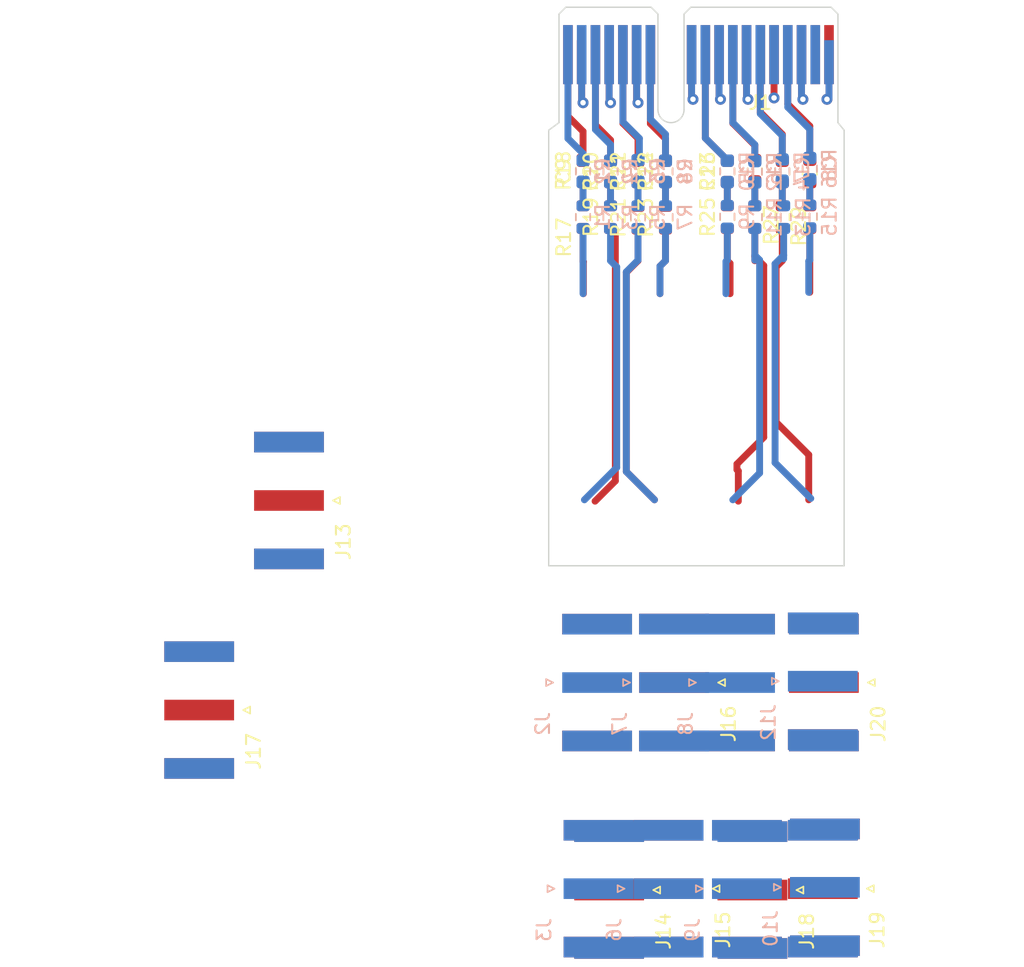
<source format=kicad_pcb>
(kicad_pcb (version 20240108) (generator "pcbnew") (generator_version "8.0")
  (layers (0 "F.Cu" signal) (1 "In1.Cu" signal) (2 "In2.Cu" signal) (31 "B.Cu" signal) (34 "B.Paste" user) (35 "F.Paste" user) (36 "B.SilkS" user "B.Silkscreen") (37 "F.SilkS" user "F.Silkscreen") (38 "B.Mask" user) (39 "F.Mask" user) (44 "Edge.Cuts" user))
  (net 0 "")
  (net 1 "Net-(C1-Pad1)")
  (net 2 "/input0/OUT")
  (net 3 "Net-(C2-Pad1)")
  (net 4 "/input1/OUT")
  (net 5 "Net-(C3-Pad1)")
  (net 6 "/input2/OUT")
  (net 7 "Net-(C4-Pad1)")
  (net 8 "/input3/OUT")
  (net 9 "Net-(C5-Pad1)")
  (net 10 "/input4/OUT")
  (net 11 "Net-(C6-Pad1)")
  (net 12 "/input5/OUT")
  (net 13 "Net-(C7-Pad1)")
  (net 14 "/input6/OUT")
  (net 15 "Net-(C8-Pad1)")
  (net 16 "/input7/OUT")
  (net 17 "Net-(C9-Pad1)")
  (net 18 "Net-(C10-Pad1)")
  (net 19 "Net-(C11-Pad1)")
  (net 20 "Net-(C12-Pad1)")
  (net 21 "Net-(C13-Pad1)")
  (net 22 "Net-(C14-Pad1)")
  (net 23 "Net-(C15-Pad1)")
  (net 24 "Net-(C16-Pad1)")
  (net 25 "GND")
  (net 28 "/input8/OUT")
  (net 29 "/input9/OUT")
  (net 30 "/input10/OUT")
  (net 31 "/input11/OUT")
  (net 32 "/input12/OUT")
  (net 33 "/input13/OUT")
  (net 34 "/input14/OUT")
  (net 35 "/input15/OUT")
  (net 36 "Net-(J2-In)")
  (net 37 "Net-(J3-In)")
  (net 38 "Net-(J6-In)")
  (net 39 "Net-(J7-In)")
  (net 40 "Net-(J8-In)")
  (net 41 "Net-(J9-In)")
  (net 42 "Net-(J10-In)")
  (net 43 "Net-(J12-In)")
  (net 44 "Net-(J13-In)")
  (net 45 "Net-(J14-In)")
  (net 46 "Net-(J15-In)")
  (net 47 "Net-(J16-In)")
  (net 48 "Net-(J17-In)")
  (net 49 "Net-(J18-In)")
  (net 50 "Net-(J19-In)")
  (net 51 "Net-(J20-In)")
  (footprint "Resistor_SMD:R_0603_1608Metric" (layer "F.Cu") (at 117 75.5 90)
    (property "Reference" "R30" (hide yes))
    (property "Value" "91k")
  )
  (footprint "Connector_Coaxial:SMA_Amphenol_132289_EdgeMount" (layer "F.Cu") (at 109.125 112.7 180)
    (property "Reference" "J16")
    (property "Value" "IPEX-004")
  )
  (footprint "Resistor_SMD:R_0603_1608Metric" (layer "F.Cu") (at 119 78.825 90)
    (property "Reference" "R31" (hide yes))
    (property "Value" "120")
  )
  (footprint "Resistor_SMD:R_0603_1608Metric" (layer "F.Cu") (at 106.5 78.865 90)
    (property "Reference" "R21")
    (property "Value" "120")
  )
  (footprint "Resistor_SMD:R_0603_1608Metric" (layer "F.Cu") (at 104.5 75.5 90)
    (property "Reference" "R20")
    (property "Value" "91k")
  )
  (footprint "Connector_Coaxial:SMA_Amphenol_132289_EdgeMount" (layer "F.Cu") (at 119.95 127.7 180)
    (property "Reference" "J19")
    (property "Value" "IPEX-004")
  )
  (footprint "Capacitor_SMD:C_0603_1608Metric" (layer "F.Cu") (at 117 75.5 90)
    (property "Reference" "C15" (hide yes))
    (property "Value" "8p2")
  )
  (footprint "Resistor_SMD:R_0603_1608Metric" (layer "F.Cu") (at 104.5 78.825 90)
    (property "Reference" "R19")
    (property "Value" "120")
  )
  (footprint "Resistor_SMD:R_0603_1608Metric" (layer "F.Cu") (at 102.5 78.825 90)
    (property "Reference" "R17")
    (property "Value" "120")
  )
  (footprint "Resistor_SMD:R_0603_1608Metric" (layer "F.Cu") (at 108.5 78.865 90)
    (property "Reference" "R23")
    (property "Value" "120")
  )
  (footprint "Resistor_SMD:R_0603_1608Metric" (layer "F.Cu") (at 108.5 75.5 90)
    (property "Reference" "R24")
    (property "Value" "91k")
  )
  (footprint "Resistor_SMD:R_0603_1608Metric" (layer "F.Cu") (at 119 75.5 90)
    (property "Reference" "R32" (hide yes))
    (property "Value" "91k")
  )
  (footprint "Resistor_SMD:R_0603_1608Metric" (layer "F.Cu") (at 117 78.825 90)
    (property "Reference" "R29")
    (property "Value" "120")
  )
  (footprint "Connector_Coaxial:SMA_Amphenol_132289_EdgeMount" (layer "F.Cu") (at 114.825 127.8 180)
    (property "Reference" "J18")
    (property "Value" "IPEX-004")
  )
  (footprint "Capacitor_SMD:C_0603_1608Metric" (layer "F.Cu") (at 102.5 75.5 90)
    (property "Reference" "C9")
    (property "Value" "8p2")
  )
  (footprint "Capacitor_SMD:C_0603_1608Metric" (layer "F.Cu") (at 104.5 75.5 90)
    (property "Reference" "C10")
    (property "Value" "8p2")
  )
  (footprint "Connector_Coaxial:SMA_Amphenol_132289_EdgeMount" (layer "F.Cu") (at 74.5625 114.7 180)
    (property "Reference" "J17")
    (property "Value" "IPEX-004")
  )
  (footprint "Resistor_SMD:R_0603_1608Metric" (layer "F.Cu") (at 113 78.825 90)
    (property "Reference" "R25")
    (property "Value" "120")
  )
  (footprint "Capacitor_SMD:C_0603_1608Metric" (layer "F.Cu") (at 115 75.45 90)
    (property "Reference" "C14" (hide yes))
    (property "Value" "8p2")
  )
  (footprint "Resistor_SMD:R_0603_1608Metric" (layer "F.Cu") (at 113 75.5 90)
    (property "Reference" "R26")
    (property "Value" "91k")
  )
  (footprint "Capacitor_SMD:C_0603_1608Metric" (layer "F.Cu") (at 106.5 75.5 90)
    (property "Reference" "C11")
    (property "Value" "8p2")
  )
  (footprint "Capacitor_SMD:C_0603_1608Metric" (layer "F.Cu") (at 108.5 75.5 90)
    (property "Reference" "C12")
    (property "Value" "8p2")
  )
  (footprint "Resistor_SMD:R_0603_1608Metric" (layer "F.Cu") (at 115 78.825 90)
    (property "Reference" "R27")
    (property "Value" "120")
  )
  (footprint "Resistor_SMD:R_0603_1608Metric" (layer "F.Cu") (at 106.5 75.5 90)
    (property "Reference" "R22")
    (property "Value" "91k")
  )
  (footprint "Connector_Coaxial:SMA_Amphenol_132289_EdgeMount" (layer "F.Cu") (at 104.4 127.8 180)
    (property "Reference" "J14")
    (property "Value" "IPEX-004")
  )
  (footprint "Resistor_SMD:R_0603_1608Metric" (layer "F.Cu") (at 115 75.5 90)
    (property "Reference" "R28" (hide yes))
    (property "Value" "91k")
  )
  (footprint "Capacitor_SMD:C_0603_1608Metric" (layer "F.Cu") (at 119 75.425 90)
    (property "Reference" "C16" (hide yes))
    (property "Value" "8p2")
  )
  (footprint "Connector_PCBEdge:BUS_PCIexpress_x1" (layer "F.Cu") (at 120.4 67 180)
    (property "Reference" "J1")
    (property "Value" "Bus_PCI_Express_x1")
    (fp_line (start 19.65 2.95) (end 19.15 3.45) (stroke (width 0.1)) (layer "Edge.Cuts"))
    (fp_line (start 19.65 -4.95) (end 19.65 2.95) (stroke (width 0.1)) (layer "Edge.Cuts"))
    (fp_line (start 12.95 3.45) (end 19.15 3.45) (stroke (width 0.1)) (layer "Edge.Cuts"))
    (fp_line (start 12.45 2.95) (end 12.95 3.45) (stroke (width 0.1)) (layer "Edge.Cuts"))
    (fp_line (start 12.45 -4) (end 12.45 2.95) (stroke (width 0.1)) (layer "Edge.Cuts"))
    (fp_line (start 10.55 2.95) (end 10.05 3.45) (stroke (width 0.1)) (layer "Edge.Cuts"))
    (fp_line (start 10.55 -4) (end 10.55 2.95) (stroke (width 0.1)) (layer "Edge.Cuts"))
    (fp_line (start -0.15 3.45) (end 10.05 3.45) (stroke (width 0.1)) (layer "Edge.Cuts"))
    (fp_line (start -0.65 2.95) (end -0.15 3.45) (stroke (width 0.1)) (layer "Edge.Cuts"))
    (fp_line (start -0.65 -4.95) (end -0.65 2.95) (stroke (width 0.1)) (layer "Edge.Cuts"))
    (fp_arc (start 10.55 -4) (mid 11.5 -4.95) (end 12.45 -4) (stroke (width 0.1)) (layer "Edge.Cuts"))
  )
  (footprint "Connector_Coaxial:SMA_Amphenol_132289_EdgeMount" (layer "F.Cu") (at 108.725 127.7 180)
    (property "Reference" "J15")
    (property "Value" "IPEX-004")
  )
  (footprint "Connector_Coaxial:SMA_Amphenol_132289_EdgeMount" (layer "F.Cu") (at 81.1 99.45 180)
    (property "Reference" "J13")
    (property "Value" "IPEX-004")
  )
  (footprint "Capacitor_SMD:C_0603_1608Metric" (layer "F.Cu") (at 113 75.5 90)
    (property "Reference" "C13")
    (property "Value" "8p2")
  )
  (footprint "Connector_Coaxial:SMA_Amphenol_132289_EdgeMount" (layer "F.Cu") (at 120.025 112.7 180)
    (property "Reference" "J20")
    (property "Value" "IPEX-004")
  )
  (footprint "Resistor_SMD:R_0603_1608Metric" (layer "F.Cu") (at 102.5 75.45 90)
    (property "Reference" "R18")
    (property "Value" "91k")
  )
  (footprint "Resistor_SMD:R_0603_1608Metric" (layer "B.Cu") (at 119 75.3 90)
    (property "Reference" "R16")
    (property "Value" "91k")
  )
  (footprint "Connector_Coaxial:SMA_Amphenol_132289_EdgeMount" (layer "B.Cu") (at 120.1 127.6)
    (property "Reference" "J10")
    (property "Value" "IPEX-004")
  )
  (footprint "Resistor_SMD:R_0603_1608Metric" (layer "B.Cu") (at 113 75.5 90)
    (property "Reference" "R10")
    (property "Value" "91k")
  )
  (footprint "Capacitor_SMD:C_0603_1608Metric" (layer "B.Cu") (at 104.5 75.5 90)
    (property "Reference" "C2")
    (property "Value" "8p2")
  )
  (footprint "Capacitor_SMD:C_0603_1608Metric" (layer "B.Cu") (at 119 75.3 90)
    (property "Reference" "C8")
    (property "Value" "8p2")
  )
  (footprint "Connector_Coaxial:SMA_Amphenol_132289_EdgeMount" (layer "B.Cu") (at 114.425 127.7)
    (property "Reference" "J9")
    (property "Value" "IPEX-004")
  )
  (footprint "Resistor_SMD:R_0603_1608Metric" (layer "B.Cu") (at 108.5 78.825 90)
    (property "Reference" "R7")
    (property "Value" "120")
  )
  (footprint "Capacitor_SMD:C_0603_1608Metric" (layer "B.Cu") (at 113 75.5 90)
    (property "Reference" "C5")
    (property "Value" "8p2")
  )
  (footprint "Connector_Coaxial:SMA_Amphenol_132289_EdgeMount" (layer "B.Cu") (at 103.625 127.7)
    (property "Reference" "J3")
    (property "Value" "IPEX-004")
  )
  (footprint "Resistor_SMD:R_0603_1608Metric" (layer "B.Cu") (at 119 78.775 90)
    (property "Reference" "R15")
    (property "Value" "120")
  )
  (footprint "Connector_Coaxial:SMA_Amphenol_132289_EdgeMount" (layer "B.Cu") (at 113.925 112.7)
    (property "Reference" "J8")
    (property "Value" "IPEX-004")
  )
  (footprint "Capacitor_SMD:C_0603_1608Metric" (layer "B.Cu") (at 106.5 75.45 90)
    (property "Reference" "C3")
    (property "Value" "8p2")
  )
  (footprint "Resistor_SMD:R_0603_1608Metric" (layer "B.Cu") (at 117.1 78.825 90)
    (property "Reference" "R13")
    (property "Value" "120")
  )
  (footprint "Capacitor_SMD:C_0603_1608Metric" (layer "B.Cu") (at 115 75.525 90)
    (property "Reference" "C6")
    (property "Value" "8p2")
  )
  (footprint "Resistor_SMD:R_0603_1608Metric" (layer "B.Cu") (at 108.5 75.5 90)
    (property "Reference" "R8")
    (property "Value" "91k")
  )
  (footprint "Resistor_SMD:R_0603_1608Metric" (layer "B.Cu") (at 102.5 78.825 90)
    (property "Reference" "R1")
    (property "Value" "120")
  )
  (footprint "Capacitor_SMD:C_0603_1608Metric" (layer "B.Cu") (at 108.5 75.5 90)
    (property "Reference" "C4")
    (property "Value" "8p2")
  )
  (footprint "Resistor_SMD:R_0603_1608Metric" (layer "B.Cu") (at 115 75.525 90)
    (property "Reference" "R12")
    (property "Value" "91k")
  )
  (footprint "Resistor_SMD:R_0603_1608Metric" (layer "B.Cu") (at 106.5 75.5 90)
    (property "Reference" "R6")
    (property "Value" "91k")
  )
  (footprint "Connector_Coaxial:SMA_Amphenol_132289_EdgeMount" (layer "B.Cu") (at 119.95 112.6)
    (property "Reference" "J12")
    (property "Value" "IPEX-004")
  )
  (footprint "Resistor_SMD:R_0603_1608Metric" (layer "B.Cu") (at 113 78.8 90)
    (property "Reference" "R9")
    (property "Value" "120")
  )
  (footprint "Resistor_SMD:R_0603_1608Metric" (layer "B.Cu") (at 102.5 75.5 90)
    (property "Reference" "R2")
    (property "Value" "91k")
  )
  (footprint "Connector_Coaxial:SMA_Amphenol_132289_EdgeMount" (layer "B.Cu") (at 108.725 127.7)
    (property "Reference" "J6")
    (property "Value" "IPEX-004")
  )
  (footprint "Resistor_SMD:R_0603_1608Metric" (layer "B.Cu") (at 106.5 78.825 90)
    (property "Reference" "R5")
    (property "Value" "120")
  )
  (footprint "Capacitor_SMD:C_0603_1608Metric" (layer "B.Cu") (at 117 75.4 90)
    (property "Reference" "C7")
    (property "Value" "8p2")
  )
  (footprint "Resistor_SMD:R_0603_1608Metric" (layer "B.Cu") (at 117 75.5 90)
    (property "Reference" "R14")
    (property "Value" "91k")
  )
  (footprint "Connector_Coaxial:SMA_Amphenol_132289_EdgeMount" (layer "B.Cu") (at 109.125 112.7)
    (property "Reference" "J7")
    (property "Value" "IPEX-004")
  )
  (footprint "Connector_Coaxial:SMA_Amphenol_132289_EdgeMount" (layer "B.Cu") (at 103.525 112.7)
    (property "Reference" "J2")
    (property "Value" "IPEX-004")
  )
  (footprint "Resistor_SMD:R_0603_1608Metric" (layer "B.Cu") (at 104.5 75.5 90)
    (property "Reference" "R4")
    (property "Value" "91k")
  )
  (footprint "Resistor_SMD:R_0603_1608Metric" (layer "B.Cu") (at 115 78.825 90)
    (property "Reference" "R11")
    (property "Value" "120")
  )
  (footprint "Resistor_SMD:R_0603_1608Metric" (layer "B.Cu") (at 104.5 78.825 90)
    (property "Reference" "R3")
    (property "Value" "120")
  )
  (footprint "Capacitor_SMD:C_0603_1608Metric" (layer "B.Cu") (at 102.5 75.475 90)
    (property "Reference" "C1")
    (property "Value" "8p2")
  )
  (gr_line (start 121.5 104.2) (end 121.5 72.5) (stroke (width 0.1)) (layer "Edge.Cuts"))
  (gr_line (start 100.75 71.95) (end 100 72.5) (stroke (width 0.1)) (layer "Edge.Cuts"))
  (gr_line (start 121.5 72.5) (end 121.05 71.95) (stroke (width 0.1)) (layer "Edge.Cuts"))
  (gr_line (start 100 72.5) (end 100 104.2) (stroke (width 0.1)) (layer "Edge.Cuts"))
  (gr_line (start 121.5 104.2) (end 100 104.2) (stroke (width 0.1)) (layer "Edge.Cuts"))
  (segment (start 102.5 76.25) (end 102.5 78) (width 0.5) (layer "B.Cu") (net 1))
  (segment (start 102.5 74.2) (end 102.5 74.675) (width 0.5) (layer "B.Cu") (net 2))
  (segment (start 101.4 67) (end 101.4 73.1) (width 0.5) (layer "B.Cu") (net 2))
  (segment (start 101.4 73.1) (end 102.5 74.2) (width 0.5) (layer "B.Cu") (net 2))
  (segment (start 104.5 76.275) (end 104.5 78) (width 0.5) (layer "B.Cu") (net 3))
  (segment (start 104.5 73.55) (end 104.5 74.725) (width 0.5) (layer "B.Cu") (net 4))
  (segment (start 103.4 67) (end 103.4 72.45) (width 0.5) (layer "B.Cu") (net 4))
  (segment (start 103.4 72.45) (end 104.5 73.55) (width 0.5) (layer "B.Cu") (net 4))
  (segment (start 106.5 76.225) (end 106.5 78) (width 0.5) (layer "B.Cu") (net 5))
  (segment (start 105.4 67) (end 105.4 71.9) (width 0.5) (layer "B.Cu") (net 6))
  (segment (start 105.4 71.9) (end 106.6 73.1) (width 0.5) (layer "B.Cu") (net 6))
  (segment (start 106.6 73.1) (end 106.6 74.575) (width 0.5) (layer "B.Cu") (net 6))
  (segment (start 106.6 74.575) (end 106.5 74.675) (width 0.5) (layer "B.Cu") (net 6))
  (segment (start 108.5 76.275) (end 108.5 78) (width 0.5) (layer "B.Cu") (net 7))
  (segment (start 107.4 67) (end 107.4 71.7) (width 0.5) (layer "B.Cu") (net 8))
  (segment (start 107.4 71.7) (end 108.5 72.8) (width 0.5) (layer "B.Cu") (net 8))
  (segment (start 108.5 72.8) (end 108.5 74.675) (width 0.5) (layer "B.Cu") (net 8))
  (segment (start 113 76.275) (end 113 77.975) (width 0.5) (layer "B.Cu") (net 9))
  (segment (start 112.9 74.625) (end 113 74.725) (width 0.5) (layer "B.Cu") (net 10))
  (segment (start 111.4 73.075) (end 113 74.675) (width 0.5) (layer "B.Cu") (net 10))
  (segment (start 111.4 67) (end 111.4 73.075) (width 0.5) (layer "B.Cu") (net 10))
  (segment (start 115 76.3) (end 115 78) (width 0.5) (layer "B.Cu") (net 11))
  (segment (start 113.4 71.95) (end 115 73.55) (width 0.5) (layer "B.Cu") (net 12))
  (segment (start 114.9 74.6) (end 115 74.7) (width 0.5) (layer "B.Cu") (net 12))
  (segment (start 115 73.55) (end 115 74.7) (width 0.5) (layer "B.Cu") (net 12))
  (segment (start 113.4 67) (end 113.4 71.95) (width 0.5) (layer "B.Cu") (net 12))
  (segment (start 117 77.9) (end 117.1 78) (width 0.5) (layer "B.Cu") (net 13))
  (segment (start 117 76.325) (end 117 77.9) (width 0.5) (layer "B.Cu") (net 13))
  (segment (start 115.4 71.3) (end 117 72.9) (width 0.5) (layer "B.Cu") (net 14))
  (segment (start 115.4 67) (end 115.4 71.3) (width 0.5) (layer "B.Cu") (net 14))
  (segment (start 117 72.9) (end 117 74.625) (width 0.5) (layer "B.Cu") (net 14))
  (segment (start 116.9 74.525) (end 117 74.625) (width 0.5) (layer "B.Cu") (net 14))
  (segment (start 119 76.125) (end 119 77.95) (width 0.5) (layer "B.Cu") (net 15))
  (segment (start 119 72.426041) (end 119 74.475) (width 0.5) (layer "B.Cu") (net 16))
  (segment (start 117.4 67) (end 117.4 70.826041) (width 0.5) (layer "B.Cu") (net 16))
  (segment (start 117.4 70.826041) (end 119 72.426041) (width 0.5) (layer "B.Cu") (net 16))
  (segment (start 118.9 74.375) (end 119 74.475) (width 0.5) (layer "B.Cu") (net 16))
  (segment (start 102.5 76.275) (end 102.5 78) (width 0.5) (layer "F.Cu") (net 17))
  (segment (start 104.5 76.275) (end 104.5 78) (width 0.5) (layer "F.Cu") (net 18))
  (segment (start 106.5 76.275) (end 106.5 78.04) (width 0.5) (layer "F.Cu") (net 19))
  (segment (start 108.5 76.325) (end 108.5 78.04) (width 0.5) (layer "F.Cu") (net 20))
  (segment (start 113 76.275) (end 113 78) (width 0.5) (layer "F.Cu") (net 21))
  (segment (start 115 76.225) (end 115 78) (width 0.5) (layer "F.Cu") (net 22))
  (segment (start 117 76.275) (end 117 78) (width 0.5) (layer "F.Cu") (net 23))
  (segment (start 119 76.2) (end 119 78) (width 0.5) (layer "F.Cu") (net 24))
  (segment (start 114.4 67) (end 114.4 70.15) (width 0.5) (layer "F.Cu") (net 25))
  (segment (start 116.4 67) (end 116.4 70.15) (width 0.5) (layer "F.Cu") (net 25))
  (segment (start 120.4 70.1) (end 120.4 67) (width 0.5) (layer "F.Cu") (net 25))
  (segment (start 112.4 67) (end 112.4 70.15) (width 0.5) (layer "F.Cu") (net 25))
  (segment (start 110.4 70.15) (end 110.5 70.25) (width 0.5) (layer "F.Cu") (net 25))
  (segment (start 110.4 67) (end 110.4 70.15) (width 0.5) (layer "F.Cu") (net 25))
  (segment (start 118.4 67) (end 118.4 70.15) (width 0.5) (layer "F.Cu") (net 25))
  (segment (start 106.4 70.4) (end 106.5 70.5) (width 0.5) (layer "F.Cu") (net 25))
  (segment (start 120.25 70.25) (end 120.4 70.1) (width 0.5) (layer "F.Cu") (net 25))
  (segment (start 106.4 67) (end 106.4 70.4) (width 0.5) (layer "F.Cu") (net 25))
  (segment (start 116.5 70.25) (end 116.4 70.15) (width 0.5) (layer "F.Cu") (net 25))
  (segment (start 112.4 70.15) (end 112.5 70.25) (width 0.5) (layer "F.Cu") (net 25))
  (segment (start 102.4 67.55) (end 102.4 70.4) (width 0.5) (layer "F.Cu") (net 25))
  (segment (start 104.4 70.4) (end 104.5 70.5) (width 0.5) (layer "F.Cu") (net 25))
  (segment (start 102.4 70.4) (end 102.5 70.5) (width 0.5) (layer "F.Cu") (net 25))
  (segment (start 118.4 70.15) (end 118.5 70.25) (width 0.5) (layer "F.Cu") (net 25))
  (segment (start 104.4 67) (end 104.4 70.4) (width 0.5) (layer "F.Cu") (net 25))
  (segment (start 114.4 70.15) (end 114.5 70.25) (width 0.5) (layer "F.Cu") (net 25))
  (via (at 102.5 70.5) (size 0.8) (drill 0.4) (layers "F.Cu" "B.Cu") (net 25))
  (via (at 110.5 70.25) (size 0.8) (drill 0.4) (layers "F.Cu" "B.Cu") (net 25))
  (via (at 106.5 70.5) (size 0.8) (drill 0.4) (layers "F.Cu" "B.Cu") (net 25))
  (via (at 116.4 70.15) (size 0.8) (drill 0.4) (layers "F.Cu" "B.Cu") (net 25))
  (via (at 112.5 70.25) (size 0.8) (drill 0.4) (layers "F.Cu" "B.Cu") (net 25))
  (via (at 118.5 70.25) (size 0.8) (drill 0.4) (layers "F.Cu" "B.Cu") (net 25))
  (via (at 104.5 70.5) (size 0.8) (drill 0.4) (layers "F.Cu" "B.Cu") (net 25))
  (via (at 114.5 70.25) (size 0.8) (drill 0.4) (layers "F.Cu" "B.Cu") (net 25))
  (via (at 120.25 70.25) (size 0.8) (drill 0.4) (layers "F.Cu" "B.Cu") (net 25))
  (segment (start 104.4 70.4) (end 104.4 67) (width 0.5) (layer "B.Cu") (net 25))
  (segment (start 120.4 67.55) (end 120.4 70.1) (width 0.5) (layer "B.Cu") (net 25))
  (segment (start 118.4 67) (end 118.4 70.15) (width 0.5) (layer "B.Cu") (net 25))
  (segment (start 110.5 70.25) (end 110.4 70.15) (width 0.5) (layer "B.Cu") (net 25))
  (segment (start 102.4 67) (end 102.4 70.4) (width 0.5) (layer "B.Cu") (net 25))
  (segment (start 118.4 70.15) (end 118.5 70.25) (width 0.5) (layer "B.Cu") (net 25))
  (segment (start 102.4 70.4) (end 102.5 70.5) (width 0.5) (layer "B.Cu") (net 25))
  (segment (start 114.5 70.25) (end 114.4 70.15) (width 0.5) (layer "B.Cu") (net 25))
  (segment (start 104.5 70.5) (end 104.4 70.4) (width 0.5) (layer "B.Cu") (net 25))
  (segment (start 114.4 70.15) (end 114.4 67) (width 0.5) (layer "B.Cu") (net 25))
  (segment (start 110.4 70.15) (end 110.4 67) (width 0.5) (layer "B.Cu") (net 25))
  (segment (start 120.4 70.1) (end 120.25 70.25) (width 0.5) (layer "B.Cu") (net 25))
  (segment (start 106.4 70.4) (end 106.4 67) (width 0.5) (layer "B.Cu") (net 25))
  (segment (start 112.4 67) (end 112.4 70.15) (width 0.5) (layer "B.Cu") (net 25))
  (segment (start 106.5 70.5) (end 106.4 70.4) (width 0.5) (layer "B.Cu") (net 25))
  (segment (start 112.4 70.15) (end 112.5 70.25) (width 0.5) (layer "B.Cu") (net 25))
  (segment (start 102.5 72.59) (end 102.5 74.625) (width 0.5) (layer "F.Cu") (net 28))
  (segment (start 101.4 71.49) (end 102.5 72.59) (width 0.5) (layer "F.Cu") (net 28))
  (segment (start 101.4 67) (end 101.4 71.49) (width 0.5) (layer "F.Cu") (net 28))
  (segment (start 104.5 73.22) (end 104.5 74.675) (width 0.5) (layer "F.Cu") (net 29))
  (segment (start 103.4 72.12) (end 104.5 73.22) (width 0.5) (layer "F.Cu") (net 29))
  (segment (start 103.4 67) (end 103.4 72.12) (width 0.5) (layer "F.Cu") (net 29))
  (segment (start 105.4 72) (end 106.5 73.1) (width 0.5) (layer "F.Cu") (net 30))
  (segment (start 106.5 73.1) (end 106.5 74.725) (width 0.5) (layer "F.Cu") (net 30))
  (segment (start 105.4 67) (end 105.4 72) (width 0.5) (layer "F.Cu") (net 30))
  (segment (start 107.4 67) (end 107.4 72.02) (width 0.5) (layer "F.Cu") (net 31))
  (segment (start 108.5 73.12) (end 108.5 74.675) (width 0.5) (layer "F.Cu") (net 31))
  (segment (start 107.4 72.02) (end 108.5 73.12) (width 0.5) (layer "F.Cu") (net 31))
  (segment (start 111.4 73.075) (end 113 74.675) (width 0.5) (layer "F.Cu") (net 32))
  (segment (start 111.4 67) (end 111.4 73.075) (width 0.5) (layer "F.Cu") (net 32))
  (segment (start 115 73.6) (end 115 74.675) (width 0.5) (layer "F.Cu") (net 33))
  (segment (start 113.4 67) (end 113.4 72) (width 0.5) (layer "F.Cu") (net 33))
  (segment (start 113.4 72) (end 115 73.6) (width 0.5) (layer "F.Cu") (net 33))
  (segment (start 115.4 67) (end 115.4 71.2) (width 0.5) (layer "F.Cu") (net 34))
  (segment (start 115.4 71.2) (end 117 72.8) (width 0.5) (layer "F.Cu") (net 34))
  (segment (start 117 72.8) (end 117 74.675) (width 0.5) (layer "F.Cu") (net 34))
  (segment (start 117.4 70.6) (end 119 72.2) (width 0.5) (layer "F.Cu") (net 35))
  (segment (start 119 72.2) (end 119 74.65) (width 0.5) (layer "F.Cu") (net 35))
  (segment (start 117.4 67) (end 117.4 70.6) (width 0.5) (layer "F.Cu") (net 35))
  (segment (start 102.5 79.65) (end 102.5 84.4) (width 0.5) (layer "B.Cu") (net 36))
  (segment (start 104.5 79.65) (end 104.5 82) (width 0.5) (layer "B.Cu") (net 37))
  (segment (start 104.95 97.05) (end 102.6 99.4) (width 0.5) (layer "B.Cu") (net 37))
  (segment (start 104.5 82) (end 104.95 82.45) (width 0.5) (layer "B.Cu") (net 37))
  (segment (start 104.95 82.45) (end 104.95 97.05) (width 0.5) (layer "B.Cu") (net 37))
  (segment (start 106.5 79.65) (end 106.5 81.96) (width 0.5) (layer "B.Cu") (net 38))
  (segment (start 105.65 82.81) (end 105.65 97.35) (width 0.5) (layer "B.Cu") (net 38))
  (segment (start 105.65 97.35) (end 107.7 99.4) (width 0.5) (layer "B.Cu") (net 38))
  (segment (start 106.5 81.96) (end 105.65 82.81) (width 0.5) (layer "B.Cu") (net 38))
  (segment (start 108.5 82) (end 108.1 82.4) (width 0.5) (layer "B.Cu") (net 39))
  (segment (start 108.1 82.4) (end 108.1 84.4) (width 0.5) (layer "B.Cu") (net 39))
  (segment (start 108.5 79.65) (end 108.5 82) (width 0.5) (layer "B.Cu") (net 39))
  (segment (start 113 81.96) (end 112.9 82.06) (width 0.5) (layer "B.Cu") (net 40))
  (segment (start 112.9 82.06) (end 112.9 84.4) (width 0.5) (layer "B.Cu") (net 40))
  (segment (start 113 79.625) (end 113 81.96) (width 0.5) (layer "B.Cu") (net 40))
  (segment (start 115 81.6) (end 115.35 81.95) (width 0.5) (layer "B.Cu") (net 41))
  (segment (start 115 79.65) (end 115 81.6) (width 0.5) (layer "B.Cu") (net 41))
  (segment (start 115.35 97.45) (end 113.4 99.4) (width 0.5) (layer "B.Cu") (net 41))
  (segment (start 115.35 81.95) (end 115.35 97.45) (width 0.5) (layer "B.Cu") (net 41))
  (segment (start 115 81.6) (end 115 81.96) (width 0.5) (layer "B.Cu") (net 41))
  (segment (start 117.1 81.6) (end 116.475 82.225) (width 0.5) (layer "B.Cu") (net 42))
  (segment (start 116.475 96.7) (end 119.075 99.3) (width 0.5) (layer "B.Cu") (net 42))
  (segment (start 117.1 79.65) (end 117.1 81.6) (width 0.5) (layer "B.Cu") (net 42))
  (segment (start 116.475 82.225) (end 116.475 96.7) (width 0.5) (layer "B.Cu") (net 42))
  (segment (start 117.1 81.6) (end 117.1 81.86) (width 0.5) (layer "B.Cu") (net 42))
  (segment (start 119 81.96) (end 118.925 82.035) (width 0.5) (layer "B.Cu") (net 43))
  (segment (start 118.925 82.035) (end 118.925 84.3) (width 0.5) (layer "B.Cu") (net 43))
  (segment (start 119 79.6) (end 119 81.96) (width 0.5) (layer "B.Cu") (net 43))
  (segment (start 102.5 79.65) (end 102.5 82.04) (width 0.5) (layer "F.Cu") (net 44))
  (segment (start 102.525 82.065) (end 102.525 84.4) (width 0.5) (layer "F.Cu") (net 44))
  (segment (start 102.5 82.04) (end 102.525 82.065) (width 0.5) (layer "F.Cu") (net 44))
  (segment (start 104.85 98.025) (end 103.375 99.5) (width 0.5) (layer "F.Cu") (net 45))
  (segment (start 104.85 80) (end 104.85 98.025) (width 0.5) (layer "F.Cu") (net 45))
  (segment (start 104.5 79.65) (end 104.85 80) (width 0.5) (layer "F.Cu") (net 45))
  (segment (start 105.65 97.35) (end 107.7 99.4) (width 0.5) (layer "F.Cu") (net 46))
  (segment (start 106.5 82) (end 105.65 82.85) (width 0.5) (layer "F.Cu") (net 46))
  (segment (start 106.5 79.69) (end 106.5 82) (width 0.5) (layer "F.Cu") (net 46))
  (segment (start 105.65 82.85) (end 105.65 97.35) (width 0.5) (layer "F.Cu") (net 46))
  (segment (start 108.5 82) (end 108.1 82.4) (width 0.5) (layer "F.Cu") (net 47))
  (segment (start 108.5 79.69) (end 108.5 82) (width 0.5) (layer "F.Cu") (net 47))
  (segment (start 108.1 82.4) (end 108.1 84.4) (width 0.5) (layer "F.Cu") (net 47))
  (segment (start 113 79.65) (end 113 82) (width 0.5) (layer "F.Cu") (net 48))
  (segment (start 113 82) (end 113.2 82.2) (width 0.5) (layer "F.Cu") (net 48))
  (segment (start 113.2 82.2) (end 113.2 84.4) (width 0.5) (layer "F.Cu") (net 48))
  (segment (start 115 81.7) (end 115.65 82.35) (width 0.5) (layer "F.Cu") (net 49))
  (segment (start 115.65 82.35) (end 115.65 94.85) (width 0.5) (layer "F.Cu") (net 49))
  (segment (start 113.7 96.8) (end 113.7 97.2) (width 0.5) (layer "F.Cu") (net 49))
  (segment (start 115.65 94.85) (end 113.7 96.8) (width 0.5) (layer "F.Cu") (net 49))
  (segment (start 113.7 97.2) (end 113.8 97.3) (width 0.5) (layer "F.Cu") (net 49))
  (segment (start 115 81.7) (end 115 82) (width 0.5) (layer "F.Cu") (net 49))
  (segment (start 113.8 97.3) (end 113.8 99.5) (width 0.5) (layer "F.Cu") (net 49))
  (segment (start 115 79.65) (end 115 81.7) (width 0.5) (layer "F.Cu") (net 49))
  (segment (start 117 79.65) (end 117 82) (width 0.5) (layer "F.Cu") (net 50))
  (segment (start 117 82) (end 116.55 82.45) (width 0.5) (layer "F.Cu") (net 50))
  (segment (start 118.925 96.125) (end 118.925 99.4) (width 0.5) (layer "F.Cu") (net 50))
  (segment (start 116.55 82.45) (end 116.55 93.75) (width 0.5) (layer "F.Cu") (net 50))
  (segment (start 116.55 93.75) (end 118.925 96.125) (width 0.5) (layer "F.Cu") (net 50))
  (segment (start 119 79.65) (end 119 84.3) (width 0.5) (layer "F.Cu") (net 51))
)
</source>
